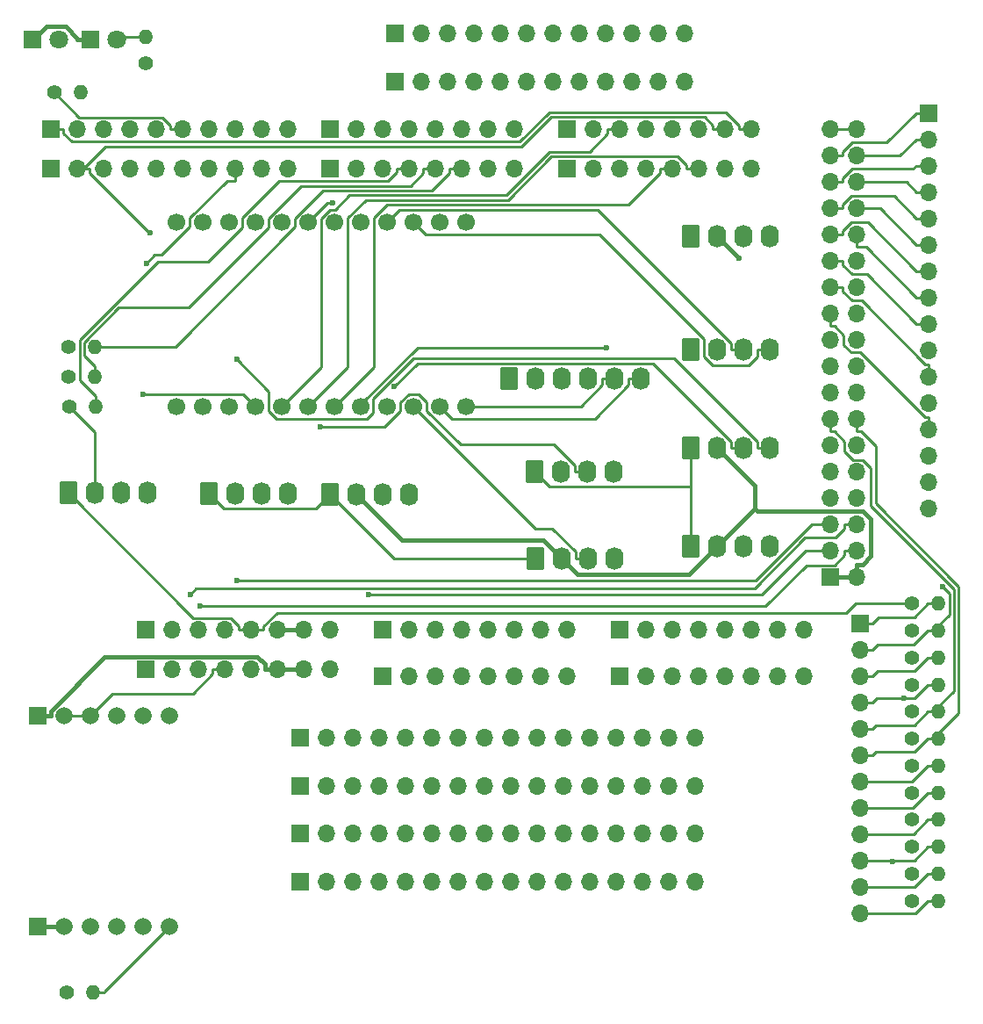
<source format=gbr>
%TF.GenerationSoftware,KiCad,Pcbnew,8.0.2-1*%
%TF.CreationDate,2024-08-19T19:19:17+10:00*%
%TF.ProjectId,Forward OLED,466f7277-6172-4642-904f-4c45442e6b69,rev?*%
%TF.SameCoordinates,Original*%
%TF.FileFunction,Copper,L1,Top*%
%TF.FilePolarity,Positive*%
%FSLAX46Y46*%
G04 Gerber Fmt 4.6, Leading zero omitted, Abs format (unit mm)*
G04 Created by KiCad (PCBNEW 8.0.2-1) date 2024-08-19 19:19:17*
%MOMM*%
%LPD*%
G01*
G04 APERTURE LIST*
G04 Aperture macros list*
%AMRoundRect*
0 Rectangle with rounded corners*
0 $1 Rounding radius*
0 $2 $3 $4 $5 $6 $7 $8 $9 X,Y pos of 4 corners*
0 Add a 4 corners polygon primitive as box body*
4,1,4,$2,$3,$4,$5,$6,$7,$8,$9,$2,$3,0*
0 Add four circle primitives for the rounded corners*
1,1,$1+$1,$2,$3*
1,1,$1+$1,$4,$5*
1,1,$1+$1,$6,$7*
1,1,$1+$1,$8,$9*
0 Add four rect primitives between the rounded corners*
20,1,$1+$1,$2,$3,$4,$5,0*
20,1,$1+$1,$4,$5,$6,$7,0*
20,1,$1+$1,$6,$7,$8,$9,0*
20,1,$1+$1,$8,$9,$2,$3,0*%
G04 Aperture macros list end*
%TA.AperFunction,ComponentPad*%
%ADD10R,1.700000X1.700000*%
%TD*%
%TA.AperFunction,ComponentPad*%
%ADD11O,1.700000X1.700000*%
%TD*%
%TA.AperFunction,ComponentPad*%
%ADD12C,1.700000*%
%TD*%
%TA.AperFunction,ComponentPad*%
%ADD13C,1.400000*%
%TD*%
%TA.AperFunction,ComponentPad*%
%ADD14O,1.400000X1.400000*%
%TD*%
%TA.AperFunction,ComponentPad*%
%ADD15RoundRect,0.250000X-0.620000X-0.845000X0.620000X-0.845000X0.620000X0.845000X-0.620000X0.845000X0*%
%TD*%
%TA.AperFunction,ComponentPad*%
%ADD16O,1.740000X2.190000*%
%TD*%
%TA.AperFunction,ComponentPad*%
%ADD17R,1.800000X1.800000*%
%TD*%
%TA.AperFunction,ComponentPad*%
%ADD18C,1.800000*%
%TD*%
%TA.AperFunction,ComponentPad*%
%ADD19R,1.665000X1.665000*%
%TD*%
%TA.AperFunction,ComponentPad*%
%ADD20C,1.665000*%
%TD*%
%TA.AperFunction,ViaPad*%
%ADD21C,0.600000*%
%TD*%
%TA.AperFunction,Conductor*%
%ADD22C,0.400000*%
%TD*%
%TA.AperFunction,Conductor*%
%ADD23C,0.250000*%
%TD*%
G04 APERTURE END LIST*
D10*
%TO.P,J45,1,Pin_1*%
%TO.N,GND*%
X193980000Y-92380000D03*
D11*
%TO.P,J45,2,Pin_2*%
X196520000Y-92380000D03*
%TO.P,J45,3,Pin_3*%
%TO.N,SCLK*%
X193980000Y-89840000D03*
%TO.P,J45,4,Pin_4*%
%TO.N,ES1_RST*%
X196520000Y-89840000D03*
%TO.P,J45,5,Pin_5*%
%TO.N,MISO*%
X193980000Y-87300000D03*
%TO.P,J45,6,Pin_6*%
%TO.N,MOSI*%
X196520000Y-87300000D03*
%TO.P,J45,7,Pin_7*%
%TO.N,D48*%
X193980000Y-84760000D03*
%TO.P,J45,8,Pin_8*%
%TO.N,D49*%
X196520000Y-84760000D03*
%TO.P,J45,9,Pin_9*%
%TO.N,D46*%
X193980000Y-82220000D03*
%TO.P,J45,10,Pin_10*%
%TO.N,D47*%
X196520000Y-82220000D03*
%TO.P,J45,11,Pin_11*%
%TO.N,D44*%
X193980000Y-79680000D03*
%TO.P,J45,12,Pin_12*%
%TO.N,D45*%
X196520000Y-79680000D03*
%TO.P,J45,13,Pin_13*%
%TO.N,D42*%
X193980000Y-77140000D03*
%TO.P,J45,14,Pin_14*%
%TO.N,D43*%
X196520000Y-77140000D03*
%TO.P,J45,15,Pin_15*%
%TO.N,D40*%
X193980000Y-74600000D03*
%TO.P,J45,16,Pin_16*%
%TO.N,D41*%
X196520000Y-74600000D03*
%TO.P,J45,17,Pin_17*%
%TO.N,D38*%
X193980000Y-72060000D03*
%TO.P,J45,18,Pin_18*%
%TO.N,D39*%
X196520000Y-72060000D03*
%TO.P,J45,19,Pin_19*%
%TO.N,D36*%
X193980000Y-69520000D03*
%TO.P,J45,20,Pin_20*%
%TO.N,D37*%
X196520000Y-69520000D03*
%TO.P,J45,21,Pin_21*%
%TO.N,D34*%
X193980000Y-66980000D03*
%TO.P,J45,22,Pin_22*%
%TO.N,D35*%
X196520000Y-66980000D03*
%TO.P,J45,23,Pin_23*%
%TO.N,D32*%
X193980000Y-64440000D03*
%TO.P,J45,24,Pin_24*%
%TO.N,D33*%
X196520000Y-64440000D03*
%TO.P,J45,25,Pin_25*%
%TO.N,D30*%
X193980000Y-61900000D03*
%TO.P,J45,26,Pin_26*%
%TO.N,D31*%
X196520000Y-61900000D03*
%TO.P,J45,27,Pin_27*%
%TO.N,D28*%
X193980000Y-59360000D03*
%TO.P,J45,28,Pin_28*%
%TO.N,D29*%
X196520000Y-59360000D03*
%TO.P,J45,29,Pin_29*%
%TO.N,D26*%
X193980000Y-56820000D03*
%TO.P,J45,30,Pin_30*%
%TO.N,D27*%
X196520000Y-56820000D03*
%TO.P,J45,31,Pin_31*%
%TO.N,D24*%
X193980000Y-54280000D03*
%TO.P,J45,32,Pin_32*%
%TO.N,D25*%
X196520000Y-54280000D03*
%TO.P,J45,33,Pin_33*%
%TO.N,D22*%
X193980000Y-51740000D03*
%TO.P,J45,34,Pin_34*%
%TO.N,D23*%
X196520000Y-51740000D03*
%TO.P,J45,35,Pin_35*%
%TO.N,+5V*%
X193980000Y-49200000D03*
%TO.P,J45,36,Pin_36*%
X196520000Y-49200000D03*
%TD*%
D10*
%TO.P,J42,1,Pin_1*%
%TO.N,unconnected-(J42-Pin_1-Pad1)*%
X127940000Y-97460000D03*
D11*
%TO.P,J42,2,Pin_2*%
%TO.N,/IOREF*%
X130480000Y-97460000D03*
%TO.P,J42,3,Pin_3*%
%TO.N,/~{RESET}*%
X133020000Y-97460000D03*
%TO.P,J42,4,Pin_4*%
%TO.N,+3V3*%
X135560000Y-97460000D03*
%TO.P,J42,5,Pin_5*%
%TO.N,+5V*%
X138100000Y-97460000D03*
%TO.P,J42,6,Pin_6*%
%TO.N,GND*%
X140640000Y-97460000D03*
%TO.P,J42,7,Pin_7*%
X143180000Y-97460000D03*
%TO.P,J42,8,Pin_8*%
%TO.N,VCC*%
X145720000Y-97460000D03*
%TD*%
D10*
%TO.P,J43,1,Pin_1*%
%TO.N,A0 D54*%
X150800000Y-97460000D03*
D11*
%TO.P,J43,2,Pin_2*%
%TO.N,A1 D55*%
X153340000Y-97460000D03*
%TO.P,J43,3,Pin_3*%
%TO.N,A2 D56*%
X155880000Y-97460000D03*
%TO.P,J43,4,Pin_4*%
%TO.N,A3 D57*%
X158420000Y-97460000D03*
%TO.P,J43,5,Pin_5*%
%TO.N,A4 D58*%
X160960000Y-97460000D03*
%TO.P,J43,6,Pin_6*%
%TO.N,A5 D59*%
X163500000Y-97460000D03*
%TO.P,J43,7,Pin_7*%
%TO.N,A6 D60*%
X166040000Y-97460000D03*
%TO.P,J43,8,Pin_8*%
%TO.N,A7 D61*%
X168580000Y-97460000D03*
%TD*%
D10*
%TO.P,J44,1,Pin_1*%
%TO.N,A8 D62*%
X173660000Y-97460000D03*
D11*
%TO.P,J44,2,Pin_2*%
%TO.N,A9 D63*%
X176200000Y-97460000D03*
%TO.P,J44,3,Pin_3*%
%TO.N,A10 D64*%
X178740000Y-97460000D03*
%TO.P,J44,4,Pin_4*%
%TO.N,A11 D65*%
X181280000Y-97460000D03*
%TO.P,J44,5,Pin_5*%
%TO.N,A12 D66*%
X183820000Y-97460000D03*
%TO.P,J44,6,Pin_6*%
%TO.N,A13 D67*%
X186360000Y-97460000D03*
%TO.P,J44,7,Pin_7*%
%TO.N,A14 D68*%
X188900000Y-97460000D03*
%TO.P,J44,8,Pin_8*%
%TO.N,A15 D69*%
X191440000Y-97460000D03*
%TD*%
D10*
%TO.P,J46,1,Pin_1*%
%TO.N,D21 SCL*%
X118796000Y-49200000D03*
D11*
%TO.P,J46,2,Pin_2*%
%TO.N,D20 SDA*%
X121336000Y-49200000D03*
%TO.P,J46,3,Pin_3*%
%TO.N,/AREF*%
X123876000Y-49200000D03*
%TO.P,J46,4,Pin_4*%
%TO.N,GND*%
X126416000Y-49200000D03*
%TO.P,J46,5,Pin_5*%
%TO.N,/\u002A13*%
X128956000Y-49200000D03*
%TO.P,J46,6,Pin_6*%
%TO.N,/\u002A12*%
X131496000Y-49200000D03*
%TO.P,J46,7,Pin_7*%
%TO.N,D11*%
X134036000Y-49200000D03*
%TO.P,J46,8,Pin_8*%
%TO.N,SS*%
X136576000Y-49200000D03*
%TO.P,J46,9,Pin_9*%
%TO.N,D9*%
X139116000Y-49200000D03*
%TO.P,J46,10,Pin_10*%
%TO.N,D8*%
X141656000Y-49200000D03*
%TD*%
D10*
%TO.P,J47,1,Pin_1*%
%TO.N,D7*%
X145720000Y-49200000D03*
D11*
%TO.P,J47,2,Pin_2*%
%TO.N,D6*%
X148260000Y-49200000D03*
%TO.P,J47,3,Pin_3*%
%TO.N,D5*%
X150800000Y-49200000D03*
%TO.P,J47,4,Pin_4*%
%TO.N,D4*%
X153340000Y-49200000D03*
%TO.P,J47,5,Pin_5*%
%TO.N,D3*%
X155880000Y-49200000D03*
%TO.P,J47,6,Pin_6*%
%TO.N,BACKLIGHT*%
X158420000Y-49200000D03*
%TO.P,J47,7,Pin_7*%
%TO.N,/TX0{slash}1*%
X160960000Y-49200000D03*
%TO.P,J47,8,Pin_8*%
%TO.N,/RX0{slash}0*%
X163500000Y-49200000D03*
%TD*%
D10*
%TO.P,J48,1,Pin_1*%
%TO.N,D14*%
X168580000Y-49200000D03*
D11*
%TO.P,J48,2,Pin_2*%
%TO.N,D15*%
X171120000Y-49200000D03*
%TO.P,J48,3,Pin_3*%
%TO.N,D16*%
X173660000Y-49200000D03*
%TO.P,J48,4,Pin_4*%
%TO.N,D17*%
X176200000Y-49200000D03*
%TO.P,J48,5,Pin_5*%
%TO.N,D18*%
X178740000Y-49200000D03*
%TO.P,J48,6,Pin_6*%
%TO.N,D19*%
X181280000Y-49200000D03*
%TO.P,J48,7,Pin_7*%
%TO.N,D20 SDA*%
X183820000Y-49200000D03*
%TO.P,J48,8,Pin_8*%
%TO.N,D21 SCL*%
X186360000Y-49200000D03*
%TD*%
D12*
%TO.P,U4,1,VCC*%
%TO.N,+3V3*%
X130900000Y-75930000D03*
%TO.P,U4,2,GND*%
%TO.N,GND*%
X133440000Y-75930000D03*
%TO.P,U4,3,SDA*%
%TO.N,D20 SDA*%
X135980000Y-75930000D03*
%TO.P,U4,4,SCL*%
%TO.N,D21 SCL*%
X138520000Y-75930000D03*
%TO.P,U4,5,~{RESET}*%
%TO.N,D16*%
X141060000Y-75930000D03*
%TO.P,U4,6,A0*%
%TO.N,D19*%
X143600000Y-75930000D03*
%TO.P,U4,7,A1*%
%TO.N,D18*%
X146140000Y-75930000D03*
%TO.P,U4,8,A2*%
%TO.N,D17*%
X148680000Y-75930000D03*
%TO.P,U4,9,SD0*%
%TO.N,/OLED/SD0*%
X151220000Y-75930000D03*
%TO.P,U4,10,SC0*%
%TO.N,/OLED/SC0*%
X153760000Y-75930000D03*
%TO.P,U4,11,SD1*%
%TO.N,/OLED/SD1*%
X156300000Y-75930000D03*
%TO.P,U4,12,SC1*%
%TO.N,/OLED/SC1*%
X158840000Y-75930000D03*
%TO.P,U4,13,SD2*%
%TO.N,/OLED/SD2*%
X158840000Y-58150000D03*
%TO.P,U4,14,SC2*%
%TO.N,/OLED/SC2*%
X156300000Y-58150000D03*
%TO.P,U4,15,SD3*%
%TO.N,/OLED/SD3*%
X153760000Y-58150000D03*
%TO.P,U4,16,SC3*%
%TO.N,/OLED/SC3*%
X151220000Y-58150000D03*
%TO.P,U4,17,SD4*%
%TO.N,/OLED/SD4*%
X148680000Y-58150000D03*
%TO.P,U4,18,SC4*%
%TO.N,/OLED/SC4*%
X146140000Y-58150000D03*
%TO.P,U4,19,SD5*%
%TO.N,/OLED/SD5*%
X143600000Y-58150000D03*
%TO.P,U4,20,SC5*%
%TO.N,/OLED/SC5*%
X141060000Y-58150000D03*
%TO.P,U4,21,SD6*%
%TO.N,/OLED/SD6*%
X138520000Y-58150000D03*
%TO.P,U4,22,SC6*%
%TO.N,/OLED/SC6*%
X135980000Y-58150000D03*
%TO.P,U4,23,SD7*%
%TO.N,/OLED/SD7*%
X133440000Y-58150000D03*
%TO.P,U4,24,SC7*%
%TO.N,/OLED/SC7*%
X130900000Y-58150000D03*
%TD*%
D13*
%TO.P,R4,1*%
%TO.N,/\u002A12*%
X119100000Y-45644000D03*
D14*
%TO.P,R4,2*%
%TO.N,Net-(D2-A)*%
X121640000Y-45644000D03*
%TD*%
D13*
%TO.P,R16,1*%
%TO.N,+5V*%
X201850000Y-94900000D03*
D14*
%TO.P,R16,2*%
%TO.N,D38*%
X204390000Y-94900000D03*
%TD*%
D13*
%TO.P,R2,1*%
%TO.N,Net-(J3-Pin_3)*%
X120430000Y-73050000D03*
D14*
%TO.P,R2,2*%
%TO.N,D3*%
X122970000Y-73050000D03*
%TD*%
D15*
%TO.P,J56,1,Pin_1*%
%TO.N,+3V3*%
X180480000Y-70432200D03*
D16*
%TO.P,J56,2,Pin_2*%
%TO.N,GND*%
X183020000Y-70432200D03*
%TO.P,J56,3,Pin_3*%
%TO.N,/OLED/SC3*%
X185560000Y-70432200D03*
%TO.P,J56,4,Pin_4*%
%TO.N,/OLED/SD3*%
X188100000Y-70432200D03*
%TD*%
D13*
%TO.P,R19,1*%
%TO.N,+5V*%
X201850000Y-102713600D03*
D14*
%TO.P,R19,2*%
%TO.N,D41*%
X204390000Y-102713600D03*
%TD*%
D13*
%TO.P,R5,1*%
%TO.N,+3V3*%
X120325000Y-132385000D03*
D14*
%TO.P,R5,2*%
%TO.N,Net-(U1-INT)*%
X122865000Y-132385000D03*
%TD*%
D15*
%TO.P,J21,1,Pin_1*%
%TO.N,+3V3*%
X165510000Y-90550000D03*
D16*
%TO.P,J21,2,Pin_2*%
%TO.N,GND*%
X168050000Y-90550000D03*
%TO.P,J21,3,Pin_3*%
%TO.N,/OLED/SC0*%
X170590000Y-90550000D03*
%TO.P,J21,4,Pin_4*%
%TO.N,/OLED/SD0*%
X173130000Y-90550000D03*
%TD*%
D10*
%TO.P,J33,1,Pin_1*%
%TO.N,A8 D62*%
X173660000Y-101905000D03*
D11*
%TO.P,J33,2,Pin_2*%
%TO.N,A9 D63*%
X176200000Y-101905000D03*
%TO.P,J33,3,Pin_3*%
%TO.N,A10 D64*%
X178740000Y-101905000D03*
%TO.P,J33,4,Pin_4*%
%TO.N,A11 D65*%
X181280000Y-101905000D03*
%TO.P,J33,5,Pin_5*%
%TO.N,A12 D66*%
X183820000Y-101905000D03*
%TO.P,J33,6,Pin_6*%
%TO.N,A13 D67*%
X186360000Y-101905000D03*
%TO.P,J33,7,Pin_7*%
%TO.N,A14 D68*%
X188900000Y-101905000D03*
%TO.P,J33,8,Pin_8*%
%TO.N,A15 D69*%
X191440000Y-101905000D03*
%TD*%
D13*
%TO.P,R28,1*%
%TO.N,Net-(J3-Pin_4)*%
X120480000Y-70150000D03*
D14*
%TO.P,R28,2*%
%TO.N,BACKLIGHT*%
X123020000Y-70150000D03*
%TD*%
D10*
%TO.P,J2,1,Pin_1*%
%TO.N,D38*%
X196850000Y-96810000D03*
D11*
%TO.P,J2,2,Pin_2*%
%TO.N,D39*%
X196850000Y-99350000D03*
%TO.P,J2,3,Pin_3*%
%TO.N,D40*%
X196850000Y-101890000D03*
%TO.P,J2,4,Pin_4*%
%TO.N,D41*%
X196850000Y-104430000D03*
%TO.P,J2,5,Pin_5*%
%TO.N,D42*%
X196850000Y-106970000D03*
%TO.P,J2,6,Pin_6*%
%TO.N,D43*%
X196850000Y-109510000D03*
%TO.P,J2,7,Pin_7*%
%TO.N,D44*%
X196850000Y-112050000D03*
%TO.P,J2,8,Pin_8*%
%TO.N,D45*%
X196850000Y-114590000D03*
%TO.P,J2,9,Pin_9*%
%TO.N,D46*%
X196850000Y-117130000D03*
%TO.P,J2,10,Pin_10*%
%TO.N,D47*%
X196850000Y-119670000D03*
%TO.P,J2,11,Pin_11*%
%TO.N,D48*%
X196850000Y-122210000D03*
%TO.P,J2,12,Pin_12*%
%TO.N,D49*%
X196850000Y-124750000D03*
%TD*%
D10*
%TO.P,J41,1,Pin_1*%
%TO.N,unconnected-(J41-Pin_1-Pad1)*%
X127940000Y-101270000D03*
D11*
%TO.P,J41,2,Pin_2*%
%TO.N,/IOREF*%
X130480000Y-101270000D03*
%TO.P,J41,3,Pin_3*%
%TO.N,/~{RESET}*%
X133020000Y-101270000D03*
%TO.P,J41,4,Pin_4*%
%TO.N,+3V3*%
X135560000Y-101270000D03*
%TO.P,J41,5,Pin_5*%
%TO.N,+5V*%
X138100000Y-101270000D03*
%TO.P,J41,6,Pin_6*%
%TO.N,GND*%
X140640000Y-101270000D03*
%TO.P,J41,7,Pin_7*%
X143180000Y-101270000D03*
%TO.P,J41,8,Pin_8*%
%TO.N,VCC*%
X145720000Y-101270000D03*
%TD*%
D10*
%TO.P,J37,1,Pin_1*%
%TO.N,Net-(J35-Pin_1)*%
X151980000Y-39950000D03*
D11*
%TO.P,J37,2,Pin_2*%
%TO.N,Net-(J35-Pin_2)*%
X154520000Y-39950000D03*
%TO.P,J37,3,Pin_3*%
%TO.N,Net-(J35-Pin_3)*%
X157060000Y-39950000D03*
%TO.P,J37,4,Pin_4*%
%TO.N,Net-(J35-Pin_4)*%
X159600000Y-39950000D03*
%TO.P,J37,5,Pin_5*%
%TO.N,Net-(J35-Pin_5)*%
X162140000Y-39950000D03*
%TO.P,J37,6,Pin_6*%
%TO.N,Net-(J35-Pin_6)*%
X164680000Y-39950000D03*
%TO.P,J37,7,Pin_7*%
%TO.N,Net-(J35-Pin_7)*%
X167220000Y-39950000D03*
%TO.P,J37,8,Pin_8*%
%TO.N,Net-(J35-Pin_8)*%
X169760000Y-39950000D03*
%TO.P,J37,9,Pin_9*%
%TO.N,Net-(J35-Pin_9)*%
X172300000Y-39950000D03*
%TO.P,J37,10,Pin_10*%
%TO.N,Net-(J35-Pin_10)*%
X174840000Y-39950000D03*
%TO.P,J37,11,Pin_11*%
%TO.N,Net-(J35-Pin_11)*%
X177380000Y-39950000D03*
%TO.P,J37,12,Pin_12*%
%TO.N,Net-(J35-Pin_12)*%
X179920000Y-39950000D03*
%TD*%
D10*
%TO.P,J50,1,Pin_1*%
%TO.N,Net-(J40-Pin_1)*%
X142820000Y-107800000D03*
D11*
%TO.P,J50,2,Pin_2*%
%TO.N,Net-(J40-Pin_2)*%
X145360000Y-107800000D03*
%TO.P,J50,3,Pin_3*%
%TO.N,Net-(J40-Pin_3)*%
X147900000Y-107800000D03*
%TO.P,J50,4,Pin_4*%
%TO.N,Net-(J40-Pin_4)*%
X150440000Y-107800000D03*
%TO.P,J50,5,Pin_5*%
%TO.N,Net-(J40-Pin_5)*%
X152980000Y-107800000D03*
%TO.P,J50,6,Pin_6*%
%TO.N,Net-(J40-Pin_6)*%
X155520000Y-107800000D03*
%TO.P,J50,7,Pin_7*%
%TO.N,Net-(J40-Pin_7)*%
X158060000Y-107800000D03*
%TO.P,J50,8,Pin_8*%
%TO.N,Net-(J40-Pin_8)*%
X160600000Y-107800000D03*
%TO.P,J50,9,Pin_9*%
%TO.N,Net-(J40-Pin_9)*%
X163140000Y-107800000D03*
%TO.P,J50,10,Pin_10*%
%TO.N,Net-(J40-Pin_10)*%
X165680000Y-107800000D03*
%TO.P,J50,11,Pin_11*%
%TO.N,Net-(J40-Pin_11)*%
X168220000Y-107800000D03*
%TO.P,J50,12,Pin_12*%
%TO.N,Net-(J40-Pin_12)*%
X170760000Y-107800000D03*
%TO.P,J50,13,Pin_13*%
%TO.N,Net-(J40-Pin_13)*%
X173300000Y-107800000D03*
%TO.P,J50,14,Pin_14*%
%TO.N,Net-(J40-Pin_14)*%
X175840000Y-107800000D03*
%TO.P,J50,15,Pin_15*%
%TO.N,Net-(J40-Pin_15)*%
X178380000Y-107800000D03*
%TO.P,J50,16,Pin_16*%
%TO.N,Net-(J40-Pin_16)*%
X180920000Y-107800000D03*
%TD*%
D13*
%TO.P,R18,1*%
%TO.N,+5V*%
X201850000Y-100109100D03*
D14*
%TO.P,R18,2*%
%TO.N,D40*%
X204390000Y-100109100D03*
%TD*%
D10*
%TO.P,J38,1,Pin_1*%
%TO.N,Net-(J38-Pin_1)*%
X142820000Y-121750000D03*
D11*
%TO.P,J38,2,Pin_2*%
%TO.N,Net-(J38-Pin_2)*%
X145360000Y-121750000D03*
%TO.P,J38,3,Pin_3*%
%TO.N,Net-(J38-Pin_3)*%
X147900000Y-121750000D03*
%TO.P,J38,4,Pin_4*%
%TO.N,Net-(J38-Pin_4)*%
X150440000Y-121750000D03*
%TO.P,J38,5,Pin_5*%
%TO.N,Net-(J38-Pin_5)*%
X152980000Y-121750000D03*
%TO.P,J38,6,Pin_6*%
%TO.N,Net-(J38-Pin_6)*%
X155520000Y-121750000D03*
%TO.P,J38,7,Pin_7*%
%TO.N,Net-(J38-Pin_7)*%
X158060000Y-121750000D03*
%TO.P,J38,8,Pin_8*%
%TO.N,Net-(J38-Pin_8)*%
X160600000Y-121750000D03*
%TO.P,J38,9,Pin_9*%
%TO.N,Net-(J38-Pin_9)*%
X163140000Y-121750000D03*
%TO.P,J38,10,Pin_10*%
%TO.N,Net-(J38-Pin_10)*%
X165680000Y-121750000D03*
%TO.P,J38,11,Pin_11*%
%TO.N,Net-(J38-Pin_11)*%
X168220000Y-121750000D03*
%TO.P,J38,12,Pin_12*%
%TO.N,Net-(J38-Pin_12)*%
X170760000Y-121750000D03*
%TO.P,J38,13,Pin_13*%
%TO.N,Net-(J38-Pin_13)*%
X173300000Y-121750000D03*
%TO.P,J38,14,Pin_14*%
%TO.N,Net-(J38-Pin_14)*%
X175840000Y-121750000D03*
%TO.P,J38,15,Pin_15*%
%TO.N,Net-(J38-Pin_15)*%
X178380000Y-121750000D03*
%TO.P,J38,16,Pin_16*%
%TO.N,Net-(J38-Pin_16)*%
X180920000Y-121750000D03*
%TD*%
D13*
%TO.P,R20,1*%
%TO.N,+5V*%
X201850000Y-105318200D03*
D14*
%TO.P,R20,2*%
%TO.N,D42*%
X204390000Y-105318200D03*
%TD*%
D10*
%TO.P,J35,1,Pin_1*%
%TO.N,Net-(J35-Pin_1)*%
X151980000Y-44550000D03*
D11*
%TO.P,J35,2,Pin_2*%
%TO.N,Net-(J35-Pin_2)*%
X154520000Y-44550000D03*
%TO.P,J35,3,Pin_3*%
%TO.N,Net-(J35-Pin_3)*%
X157060000Y-44550000D03*
%TO.P,J35,4,Pin_4*%
%TO.N,Net-(J35-Pin_4)*%
X159600000Y-44550000D03*
%TO.P,J35,5,Pin_5*%
%TO.N,Net-(J35-Pin_5)*%
X162140000Y-44550000D03*
%TO.P,J35,6,Pin_6*%
%TO.N,Net-(J35-Pin_6)*%
X164680000Y-44550000D03*
%TO.P,J35,7,Pin_7*%
%TO.N,Net-(J35-Pin_7)*%
X167220000Y-44550000D03*
%TO.P,J35,8,Pin_8*%
%TO.N,Net-(J35-Pin_8)*%
X169760000Y-44550000D03*
%TO.P,J35,9,Pin_9*%
%TO.N,Net-(J35-Pin_9)*%
X172300000Y-44550000D03*
%TO.P,J35,10,Pin_10*%
%TO.N,Net-(J35-Pin_10)*%
X174840000Y-44550000D03*
%TO.P,J35,11,Pin_11*%
%TO.N,Net-(J35-Pin_11)*%
X177380000Y-44550000D03*
%TO.P,J35,12,Pin_12*%
%TO.N,Net-(J35-Pin_12)*%
X179920000Y-44550000D03*
%TD*%
D13*
%TO.P,R21,1*%
%TO.N,+5V*%
X201850000Y-107922700D03*
D14*
%TO.P,R21,2*%
%TO.N,D43*%
X204390000Y-107922700D03*
%TD*%
D13*
%TO.P,R27,1*%
%TO.N,+5V*%
X201850000Y-123550000D03*
D14*
%TO.P,R27,2*%
%TO.N,D49*%
X204390000Y-123550000D03*
%TD*%
D10*
%TO.P,J26,1,Pin_1*%
%TO.N,D14*%
X168580000Y-53010000D03*
D11*
%TO.P,J26,2,Pin_2*%
%TO.N,D15*%
X171120000Y-53010000D03*
%TO.P,J26,3,Pin_3*%
%TO.N,D16*%
X173660000Y-53010000D03*
%TO.P,J26,4,Pin_4*%
%TO.N,D17*%
X176200000Y-53010000D03*
%TO.P,J26,5,Pin_5*%
%TO.N,D18*%
X178740000Y-53010000D03*
%TO.P,J26,6,Pin_6*%
%TO.N,D19*%
X181280000Y-53010000D03*
%TO.P,J26,7,Pin_7*%
%TO.N,D20 SDA*%
X183820000Y-53010000D03*
%TO.P,J26,8,Pin_8*%
%TO.N,D21 SCL*%
X186360000Y-53010000D03*
%TD*%
D13*
%TO.P,R17,1*%
%TO.N,+5V*%
X201850000Y-97504500D03*
D14*
%TO.P,R17,2*%
%TO.N,D39*%
X204390000Y-97504500D03*
%TD*%
D13*
%TO.P,R26,1*%
%TO.N,+5V*%
X201850000Y-120945400D03*
D14*
%TO.P,R26,2*%
%TO.N,D48*%
X204390000Y-120945400D03*
%TD*%
D13*
%TO.P,R23,1*%
%TO.N,+5V*%
X201850000Y-113131800D03*
D14*
%TO.P,R23,2*%
%TO.N,D45*%
X204390000Y-113131800D03*
%TD*%
D15*
%TO.P,J57,1,Pin_1*%
%TO.N,+3V3*%
X145710000Y-84400000D03*
D16*
%TO.P,J57,2,Pin_2*%
%TO.N,GND*%
X148250000Y-84400000D03*
%TO.P,J57,3,Pin_3*%
%TO.N,/OLED/SC4*%
X150790000Y-84400000D03*
%TO.P,J57,4,Pin_4*%
%TO.N,/OLED/SD4*%
X153330000Y-84400000D03*
%TD*%
D15*
%TO.P,J59,1,Pin_1*%
%TO.N,+3V3*%
X134010000Y-84300000D03*
D16*
%TO.P,J59,2,Pin_2*%
%TO.N,GND*%
X136550000Y-84300000D03*
%TO.P,J59,3,Pin_3*%
%TO.N,/OLED/SC6*%
X139090000Y-84300000D03*
%TO.P,J59,4,Pin_4*%
%TO.N,/OLED/SD6*%
X141630000Y-84300000D03*
%TD*%
D15*
%TO.P,J5,1,Pin_1*%
%TO.N,GND*%
X163000000Y-73200000D03*
D16*
%TO.P,J5,2,Pin_2*%
%TO.N,+3V3*%
X165540000Y-73200000D03*
%TO.P,J5,3,Pin_3*%
%TO.N,/OLED/SC2*%
X168080000Y-73200000D03*
%TO.P,J5,4,Pin_4*%
%TO.N,/OLED/SD2*%
X170620000Y-73200000D03*
%TO.P,J5,5,Pin_5*%
%TO.N,/OLED/SC1*%
X173160000Y-73200000D03*
%TO.P,J5,6,Pin_6*%
%TO.N,/OLED/SD1*%
X175700000Y-73200000D03*
%TD*%
D15*
%TO.P,J58,1,Pin_1*%
%TO.N,+3V3*%
X165390000Y-82220000D03*
D16*
%TO.P,J58,2,Pin_2*%
%TO.N,GND*%
X167930000Y-82220000D03*
%TO.P,J58,3,Pin_3*%
%TO.N,/OLED/SC5*%
X170470000Y-82220000D03*
%TO.P,J58,4,Pin_4*%
%TO.N,/OLED/SD5*%
X173010000Y-82220000D03*
%TD*%
D10*
%TO.P,J1,1,Pin_1*%
%TO.N,D22*%
X203450000Y-47600000D03*
D11*
%TO.P,J1,2,Pin_2*%
%TO.N,D23*%
X203450000Y-50140000D03*
%TO.P,J1,3,Pin_3*%
%TO.N,D24*%
X203450000Y-52680000D03*
%TO.P,J1,4,Pin_4*%
%TO.N,D25*%
X203450000Y-55220000D03*
%TO.P,J1,5,Pin_5*%
%TO.N,D26*%
X203450000Y-57760000D03*
%TO.P,J1,6,Pin_6*%
%TO.N,D27*%
X203450000Y-60300000D03*
%TO.P,J1,7,Pin_7*%
%TO.N,D28*%
X203450000Y-62840000D03*
%TO.P,J1,8,Pin_8*%
%TO.N,D29*%
X203450000Y-65380000D03*
%TO.P,J1,9,Pin_9*%
%TO.N,D30*%
X203450000Y-67920000D03*
%TO.P,J1,10,Pin_10*%
%TO.N,D31*%
X203450000Y-70460000D03*
%TO.P,J1,11,Pin_11*%
%TO.N,D32*%
X203450000Y-73000000D03*
%TO.P,J1,12,Pin_12*%
%TO.N,D33*%
X203450000Y-75540000D03*
%TO.P,J1,13,Pin_13*%
%TO.N,D34*%
X203450000Y-78080000D03*
%TO.P,J1,14,Pin_14*%
%TO.N,D35*%
X203450000Y-80620000D03*
%TO.P,J1,15,Pin_15*%
%TO.N,D36*%
X203450000Y-83160000D03*
%TO.P,J1,16,Pin_16*%
%TO.N,D37*%
X203450000Y-85700000D03*
%TD*%
D10*
%TO.P,J25,1,Pin_1*%
%TO.N,D7*%
X145720000Y-53010000D03*
D11*
%TO.P,J25,2,Pin_2*%
%TO.N,D6*%
X148260000Y-53010000D03*
%TO.P,J25,3,Pin_3*%
%TO.N,D5*%
X150800000Y-53010000D03*
%TO.P,J25,4,Pin_4*%
%TO.N,D4*%
X153340000Y-53010000D03*
%TO.P,J25,5,Pin_5*%
%TO.N,D3*%
X155880000Y-53010000D03*
%TO.P,J25,6,Pin_6*%
%TO.N,BACKLIGHT*%
X158420000Y-53010000D03*
%TO.P,J25,7,Pin_7*%
%TO.N,/TX0{slash}1*%
X160960000Y-53010000D03*
%TO.P,J25,8,Pin_8*%
%TO.N,/RX0{slash}0*%
X163500000Y-53010000D03*
%TD*%
D10*
%TO.P,J32,1,Pin_1*%
%TO.N,A0 D54*%
X150800000Y-101905000D03*
D11*
%TO.P,J32,2,Pin_2*%
%TO.N,A1 D55*%
X153340000Y-101905000D03*
%TO.P,J32,3,Pin_3*%
%TO.N,A2 D56*%
X155880000Y-101905000D03*
%TO.P,J32,4,Pin_4*%
%TO.N,A3 D57*%
X158420000Y-101905000D03*
%TO.P,J32,5,Pin_5*%
%TO.N,A4 D58*%
X160960000Y-101905000D03*
%TO.P,J32,6,Pin_6*%
%TO.N,A5 D59*%
X163500000Y-101905000D03*
%TO.P,J32,7,Pin_7*%
%TO.N,A6 D60*%
X166040000Y-101905000D03*
%TO.P,J32,8,Pin_8*%
%TO.N,A7 D61*%
X168580000Y-101905000D03*
%TD*%
D13*
%TO.P,R1,1*%
%TO.N,Net-(J3-Pin_2)*%
X120560000Y-75950000D03*
D14*
%TO.P,R1,2*%
%TO.N,D4*%
X123100000Y-75950000D03*
%TD*%
D13*
%TO.P,R24,1*%
%TO.N,+5V*%
X201850000Y-115736400D03*
D14*
%TO.P,R24,2*%
%TO.N,D46*%
X204390000Y-115736400D03*
%TD*%
D13*
%TO.P,R25,1*%
%TO.N,+5V*%
X201850000Y-118340900D03*
D14*
%TO.P,R25,2*%
%TO.N,D47*%
X204390000Y-118340900D03*
%TD*%
D17*
%TO.P,D1,1,K*%
%TO.N,GND*%
X122601000Y-40564000D03*
D18*
%TO.P,D1,2,A*%
%TO.N,Net-(D1-A)*%
X125141000Y-40564000D03*
%TD*%
D15*
%TO.P,J3,1,Pin_1*%
%TO.N,+5V*%
X120440000Y-84220000D03*
D16*
%TO.P,J3,2,Pin_2*%
%TO.N,Net-(J3-Pin_2)*%
X122980000Y-84220000D03*
%TO.P,J3,3,Pin_3*%
%TO.N,Net-(J3-Pin_3)*%
X125520000Y-84220000D03*
%TO.P,J3,4,Pin_4*%
%TO.N,Net-(J3-Pin_4)*%
X128060000Y-84220000D03*
%TD*%
D15*
%TO.P,J36,1,Pin_1*%
%TO.N,+3V3*%
X180480000Y-59450000D03*
D16*
%TO.P,J36,2,Pin_2*%
%TO.N,GND*%
X183020000Y-59450000D03*
%TO.P,J36,3,Pin_3*%
%TO.N,/OLED/SC1*%
X185560000Y-59450000D03*
%TO.P,J36,4,Pin_4*%
%TO.N,/OLED/SD1*%
X188100000Y-59450000D03*
%TD*%
D15*
%TO.P,J60,1,Pin_1*%
%TO.N,+3V3*%
X180480000Y-79891100D03*
D16*
%TO.P,J60,2,Pin_2*%
%TO.N,GND*%
X183020000Y-79891100D03*
%TO.P,J60,3,Pin_3*%
%TO.N,/OLED/SC7*%
X185560000Y-79891100D03*
%TO.P,J60,4,Pin_4*%
%TO.N,/OLED/SD7*%
X188100000Y-79891100D03*
%TD*%
D13*
%TO.P,R3,1*%
%TO.N,/\u002A13*%
X127940000Y-42800000D03*
D14*
%TO.P,R3,2*%
%TO.N,Net-(D1-A)*%
X127940000Y-40260000D03*
%TD*%
D10*
%TO.P,J40,1,Pin_1*%
%TO.N,Net-(J40-Pin_1)*%
X142820000Y-112450000D03*
D11*
%TO.P,J40,2,Pin_2*%
%TO.N,Net-(J40-Pin_2)*%
X145360000Y-112450000D03*
%TO.P,J40,3,Pin_3*%
%TO.N,Net-(J40-Pin_3)*%
X147900000Y-112450000D03*
%TO.P,J40,4,Pin_4*%
%TO.N,Net-(J40-Pin_4)*%
X150440000Y-112450000D03*
%TO.P,J40,5,Pin_5*%
%TO.N,Net-(J40-Pin_5)*%
X152980000Y-112450000D03*
%TO.P,J40,6,Pin_6*%
%TO.N,Net-(J40-Pin_6)*%
X155520000Y-112450000D03*
%TO.P,J40,7,Pin_7*%
%TO.N,Net-(J40-Pin_7)*%
X158060000Y-112450000D03*
%TO.P,J40,8,Pin_8*%
%TO.N,Net-(J40-Pin_8)*%
X160600000Y-112450000D03*
%TO.P,J40,9,Pin_9*%
%TO.N,Net-(J40-Pin_9)*%
X163140000Y-112450000D03*
%TO.P,J40,10,Pin_10*%
%TO.N,Net-(J40-Pin_10)*%
X165680000Y-112450000D03*
%TO.P,J40,11,Pin_11*%
%TO.N,Net-(J40-Pin_11)*%
X168220000Y-112450000D03*
%TO.P,J40,12,Pin_12*%
%TO.N,Net-(J40-Pin_12)*%
X170760000Y-112450000D03*
%TO.P,J40,13,Pin_13*%
%TO.N,Net-(J40-Pin_13)*%
X173300000Y-112450000D03*
%TO.P,J40,14,Pin_14*%
%TO.N,Net-(J40-Pin_14)*%
X175840000Y-112450000D03*
%TO.P,J40,15,Pin_15*%
%TO.N,Net-(J40-Pin_15)*%
X178380000Y-112450000D03*
%TO.P,J40,16,Pin_16*%
%TO.N,Net-(J40-Pin_16)*%
X180920000Y-112450000D03*
%TD*%
D19*
%TO.P,U1,A1,GND_1*%
%TO.N,GND*%
X117495000Y-126035000D03*
D20*
%TO.P,U1,A2,GND_2*%
X120035000Y-126035000D03*
%TO.P,U1,A3,MOSI*%
%TO.N,MOSI*%
X122575000Y-126035000D03*
%TO.P,U1,A4,SCLK*%
%TO.N,SCLK*%
X125115000Y-126035000D03*
%TO.P,U1,A5,CS*%
%TO.N,SS*%
X127655000Y-126035000D03*
%TO.P,U1,A6,INT*%
%TO.N,Net-(U1-INT)*%
X130195000Y-126035000D03*
D19*
%TO.P,U1,B1,GND_3*%
%TO.N,GND*%
X117495000Y-105715000D03*
D20*
%TO.P,U1,B2,3V3_1*%
%TO.N,+3V3*%
X120035000Y-105715000D03*
%TO.P,U1,B3,3V3_2*%
X122575000Y-105715000D03*
%TO.P,U1,B4,NC*%
%TO.N,unconnected-(U1-NC-PadB4)*%
X125115000Y-105715000D03*
%TO.P,U1,B5,RST*%
%TO.N,ES1_RST*%
X127655000Y-105715000D03*
%TO.P,U1,B6,MISO*%
%TO.N,MISO*%
X130195000Y-105715000D03*
%TD*%
D10*
%TO.P,J24,1,Pin_1*%
%TO.N,D21 SCL*%
X118796000Y-52985000D03*
D11*
%TO.P,J24,2,Pin_2*%
%TO.N,D20 SDA*%
X121336000Y-52985000D03*
%TO.P,J24,3,Pin_3*%
%TO.N,/AREF*%
X123876000Y-52985000D03*
%TO.P,J24,4,Pin_4*%
%TO.N,GND*%
X126416000Y-52985000D03*
%TO.P,J24,5,Pin_5*%
%TO.N,/\u002A13*%
X128956000Y-52985000D03*
%TO.P,J24,6,Pin_6*%
%TO.N,/\u002A12*%
X131496000Y-52985000D03*
%TO.P,J24,7,Pin_7*%
%TO.N,D11*%
X134036000Y-52985000D03*
%TO.P,J24,8,Pin_8*%
%TO.N,SS*%
X136576000Y-52985000D03*
%TO.P,J24,9,Pin_9*%
%TO.N,D9*%
X139116000Y-52985000D03*
%TO.P,J24,10,Pin_10*%
%TO.N,D8*%
X141656000Y-52985000D03*
%TD*%
D15*
%TO.P,J55,1,Pin_1*%
%TO.N,+3V3*%
X180480000Y-89350000D03*
D16*
%TO.P,J55,2,Pin_2*%
%TO.N,GND*%
X183020000Y-89350000D03*
%TO.P,J55,3,Pin_3*%
%TO.N,/OLED/SC2*%
X185560000Y-89350000D03*
%TO.P,J55,4,Pin_4*%
%TO.N,/OLED/SD2*%
X188100000Y-89350000D03*
%TD*%
D13*
%TO.P,R22,1*%
%TO.N,+5V*%
X201850000Y-110527300D03*
D14*
%TO.P,R22,2*%
%TO.N,D44*%
X204390000Y-110527300D03*
%TD*%
D10*
%TO.P,J39,1,Pin_1*%
%TO.N,Net-(J38-Pin_1)*%
X142820000Y-117100000D03*
D11*
%TO.P,J39,2,Pin_2*%
%TO.N,Net-(J38-Pin_2)*%
X145360000Y-117100000D03*
%TO.P,J39,3,Pin_3*%
%TO.N,Net-(J38-Pin_3)*%
X147900000Y-117100000D03*
%TO.P,J39,4,Pin_4*%
%TO.N,Net-(J38-Pin_4)*%
X150440000Y-117100000D03*
%TO.P,J39,5,Pin_5*%
%TO.N,Net-(J38-Pin_5)*%
X152980000Y-117100000D03*
%TO.P,J39,6,Pin_6*%
%TO.N,Net-(J38-Pin_6)*%
X155520000Y-117100000D03*
%TO.P,J39,7,Pin_7*%
%TO.N,Net-(J38-Pin_7)*%
X158060000Y-117100000D03*
%TO.P,J39,8,Pin_8*%
%TO.N,Net-(J38-Pin_8)*%
X160600000Y-117100000D03*
%TO.P,J39,9,Pin_9*%
%TO.N,Net-(J38-Pin_9)*%
X163140000Y-117100000D03*
%TO.P,J39,10,Pin_10*%
%TO.N,Net-(J38-Pin_10)*%
X165680000Y-117100000D03*
%TO.P,J39,11,Pin_11*%
%TO.N,Net-(J38-Pin_11)*%
X168220000Y-117100000D03*
%TO.P,J39,12,Pin_12*%
%TO.N,Net-(J38-Pin_12)*%
X170760000Y-117100000D03*
%TO.P,J39,13,Pin_13*%
%TO.N,Net-(J38-Pin_13)*%
X173300000Y-117100000D03*
%TO.P,J39,14,Pin_14*%
%TO.N,Net-(J38-Pin_14)*%
X175840000Y-117100000D03*
%TO.P,J39,15,Pin_15*%
%TO.N,Net-(J38-Pin_15)*%
X178380000Y-117100000D03*
%TO.P,J39,16,Pin_16*%
%TO.N,Net-(J38-Pin_16)*%
X180920000Y-117100000D03*
%TD*%
D17*
%TO.P,D2,1,K*%
%TO.N,GND*%
X117013000Y-40564000D03*
D18*
%TO.P,D2,2,A*%
%TO.N,Net-(D2-A)*%
X119553000Y-40564000D03*
%TD*%
D21*
%TO.N,GND*%
X185146500Y-61576500D03*
%TO.N,SCLK*%
X149455900Y-94069300D03*
%TO.N,ES1_RST*%
X133188000Y-95144400D03*
%TO.N,MISO*%
X136735200Y-92719000D03*
%TO.N,MOSI*%
X132198600Y-94012900D03*
%TO.N,SS*%
X127953800Y-62080800D03*
%TO.N,D21 SCL*%
X127670000Y-74754800D03*
%TO.N,D20 SDA*%
X128370000Y-59130100D03*
%TO.N,D17*%
X172329200Y-70256700D03*
%TO.N,/OLED/SD7*%
X136673700Y-71344100D03*
%TO.N,/OLED/SD5*%
X145936500Y-56297400D03*
%TO.N,/OLED/SC7*%
X151881600Y-74010400D03*
%TO.N,/OLED/SC5*%
X144775200Y-77896700D03*
%TO.N,D47*%
X199976500Y-119809500D03*
%TO.N,D39*%
X204745700Y-93269500D03*
%TO.N,D41*%
X201062500Y-104015900D03*
%TD*%
D22*
%TO.N,GND*%
X140070100Y-101270000D02*
X139389900Y-101270000D01*
X186660000Y-85710000D02*
X186960200Y-86010200D01*
X180285800Y-92084200D02*
X169584200Y-92084200D01*
X186660000Y-85710000D02*
X186660000Y-83531100D01*
X121300900Y-40401400D02*
X121300900Y-40564000D01*
X166262500Y-88762500D02*
X168050000Y-90550000D01*
X120163400Y-39263900D02*
X121300900Y-40401400D01*
X183020000Y-59450000D02*
X185146500Y-61576500D01*
X117495000Y-105715000D02*
X118727600Y-105715000D01*
X143180000Y-97460000D02*
X140640000Y-97460000D01*
X122601000Y-40564000D02*
X121300900Y-40564000D01*
X148250000Y-84400000D02*
X152612500Y-88762500D01*
X152612500Y-88762500D02*
X166262500Y-88762500D01*
X169584200Y-92084200D02*
X168050000Y-90550000D01*
X196520000Y-92380000D02*
X196520000Y-91129900D01*
X186660000Y-83531100D02*
X183020000Y-79891100D01*
X118727600Y-105252800D02*
X123964900Y-100015500D01*
X193980000Y-92380000D02*
X196520000Y-92380000D01*
X140640000Y-101270000D02*
X143180000Y-101270000D01*
X118313100Y-39263900D02*
X120163400Y-39263900D01*
X140070100Y-101270000D02*
X140640000Y-101270000D01*
X117013000Y-40564000D02*
X118313100Y-39263900D01*
X197852000Y-86788100D02*
X197852000Y-90344800D01*
X186660000Y-85710000D02*
X183020000Y-89350000D01*
X197074100Y-86010200D02*
X197852000Y-86788100D01*
X186960200Y-86010200D02*
X197074100Y-86010200D01*
X138653400Y-100015500D02*
X139389900Y-100752000D01*
X197066900Y-91129900D02*
X196520000Y-91129900D01*
X118727600Y-105715000D02*
X118727600Y-105252800D01*
X139389900Y-100752000D02*
X139389900Y-101270000D01*
X183020000Y-89350000D02*
X180285800Y-92084200D01*
X120035000Y-126035000D02*
X117495000Y-126035000D01*
X197852000Y-90344800D02*
X197066900Y-91129900D01*
X123964900Y-100015500D02*
X138653400Y-100015500D01*
D23*
%TO.N,SCLK*%
X193980000Y-89840000D02*
X191538200Y-89840000D01*
X187308900Y-94069300D02*
X149455900Y-94069300D01*
X191538200Y-89840000D02*
X187308900Y-94069300D01*
%TO.N,ES1_RST*%
X191648200Y-91204800D02*
X187708600Y-95144400D01*
X187708600Y-95144400D02*
X133188000Y-95144400D01*
X195344900Y-89840000D02*
X195344900Y-90205200D01*
X196520000Y-89840000D02*
X195344900Y-89840000D01*
X195344900Y-90205200D02*
X194345300Y-91204800D01*
X194345300Y-91204800D02*
X191648200Y-91204800D01*
%TO.N,MISO*%
X192804900Y-87300000D02*
X192168300Y-87300000D01*
X186749300Y-92719000D02*
X136735200Y-92719000D01*
X192168300Y-87300000D02*
X186749300Y-92719000D01*
X193980000Y-87300000D02*
X192804900Y-87300000D01*
%TO.N,MOSI*%
X194440100Y-88570000D02*
X191534900Y-88570000D01*
X191534900Y-88570000D02*
X186660700Y-93444200D01*
X196520000Y-87300000D02*
X195344900Y-87300000D01*
X186660700Y-93444200D02*
X132767300Y-93444200D01*
X132767300Y-93444200D02*
X132198600Y-94012900D01*
X195344900Y-87665200D02*
X194440100Y-88570000D01*
X195344900Y-87300000D02*
X195344900Y-87665200D01*
%TO.N,+5V*%
X138100000Y-97460000D02*
X136924900Y-97460000D01*
X195489000Y-95780400D02*
X140589400Y-95780400D01*
X140589400Y-95780400D02*
X139275100Y-97094700D01*
X136924900Y-97092700D02*
X136117100Y-96284900D01*
X201850000Y-94900000D02*
X196369400Y-94900000D01*
X196369400Y-94900000D02*
X195489000Y-95780400D01*
X196520000Y-49200000D02*
X193980000Y-49200000D01*
X132504900Y-96284900D02*
X120440000Y-84220000D01*
X136924900Y-97460000D02*
X136924900Y-97092700D01*
X136117100Y-96284900D02*
X132504900Y-96284900D01*
X138100000Y-97460000D02*
X139275100Y-97460000D01*
X139275100Y-97094700D02*
X139275100Y-97460000D01*
%TO.N,/\u002A12*%
X130320900Y-49200000D02*
X130320900Y-48832700D01*
X130320900Y-48832700D02*
X129513100Y-48024900D01*
X131496000Y-49200000D02*
X130320900Y-49200000D01*
X121480900Y-48024900D02*
X119100000Y-45644000D01*
X129513100Y-48024900D02*
X121480900Y-48024900D01*
%TO.N,+3V3*%
X120035000Y-105715000D02*
X122575000Y-105715000D01*
X134384900Y-101635200D02*
X134384900Y-101270000D01*
X122575000Y-105715000D02*
X124713300Y-103576700D01*
X124713300Y-103576700D02*
X132443400Y-103576700D01*
X132443400Y-103576700D02*
X134384900Y-101635200D01*
X145710000Y-84400000D02*
X151860000Y-90550000D01*
X180480000Y-83650900D02*
X166820900Y-83650900D01*
X180480000Y-83650900D02*
X180480000Y-79891100D01*
X151860000Y-90550000D02*
X165510000Y-90550000D01*
X135560000Y-101270000D02*
X134384900Y-101270000D01*
X134010000Y-84300000D02*
X135454700Y-85744700D01*
X144365300Y-85744700D02*
X145710000Y-84400000D01*
X166820900Y-83650900D02*
X165390000Y-82220000D01*
X180480000Y-89350000D02*
X180480000Y-83650900D01*
X135454700Y-85744700D02*
X144365300Y-85744700D01*
%TO.N,Net-(D1-A)*%
X125445000Y-40260000D02*
X125141000Y-40564000D01*
X127940000Y-40260000D02*
X125445000Y-40260000D01*
%TO.N,SS*%
X129467400Y-61248400D02*
X128786200Y-61248400D01*
X136576000Y-52985000D02*
X136576000Y-54160100D01*
X128786200Y-61248400D02*
X127953800Y-62080800D01*
X132170000Y-57751900D02*
X132170000Y-58545800D01*
X135761800Y-54160100D02*
X132170000Y-57751900D01*
X136576000Y-54160100D02*
X135761800Y-54160100D01*
X132170000Y-58545800D02*
X129467400Y-61248400D01*
%TO.N,D21 SCL*%
X185184900Y-48834800D02*
X183902200Y-47552100D01*
X164004100Y-50375200D02*
X120779100Y-50375200D01*
X186360000Y-49200000D02*
X185184900Y-49200000D01*
X138520000Y-75930000D02*
X137344800Y-74754800D01*
X183902200Y-47552100D02*
X166827200Y-47552100D01*
X185184900Y-49200000D02*
X185184900Y-48834800D01*
X118796000Y-49200000D02*
X119971100Y-49200000D01*
X120779100Y-50375200D02*
X119971100Y-49567200D01*
X166827200Y-47552100D02*
X164004100Y-50375200D01*
X137344800Y-74754800D02*
X127670000Y-74754800D01*
X119971100Y-49567200D02*
X119971100Y-49200000D01*
%TO.N,D20 SDA*%
X167061300Y-48002300D02*
X181812400Y-48002300D01*
X164176600Y-50887000D02*
X167061300Y-48002300D01*
X121923600Y-52985000D02*
X124021600Y-50887000D01*
X124021600Y-50887000D02*
X164176600Y-50887000D01*
X121923600Y-52985000D02*
X122511100Y-52985000D01*
X182644900Y-48834800D02*
X182644900Y-49200000D01*
X121336000Y-52985000D02*
X121923600Y-52985000D01*
X122511100Y-52985000D02*
X122511100Y-53396500D01*
X128244700Y-59130100D02*
X128370000Y-59130100D01*
X183820000Y-49200000D02*
X182644900Y-49200000D01*
X181812400Y-48002300D02*
X182644900Y-48834800D01*
X122511100Y-53396500D02*
X128244700Y-59130100D01*
%TO.N,BACKLIGHT*%
X145000500Y-55085300D02*
X155536800Y-55085300D01*
X157244900Y-53377200D02*
X157244900Y-53010000D01*
X155536800Y-55085300D02*
X157244900Y-53377200D01*
X158420000Y-53010000D02*
X157244900Y-53010000D01*
X142330000Y-57755800D02*
X145000500Y-55085300D01*
X142330000Y-58577800D02*
X142330000Y-57755800D01*
X123020000Y-70150000D02*
X130757800Y-70150000D01*
X130757800Y-70150000D02*
X142330000Y-58577800D01*
%TO.N,Net-(U1-INT)*%
X122865000Y-132385000D02*
X123890100Y-132385000D01*
X123890100Y-132339900D02*
X123890100Y-132385000D01*
X130195000Y-126035000D02*
X123890100Y-132339900D01*
%TO.N,D17*%
X154114800Y-70256700D02*
X148680000Y-75691500D01*
X172329200Y-70256700D02*
X154114800Y-70256700D01*
X148680000Y-75691500D02*
X148680000Y-75930000D01*
%TO.N,D18*%
X149950000Y-72120000D02*
X149950000Y-57693000D01*
X178740000Y-53010000D02*
X177564900Y-53010000D01*
X151207400Y-56435600D02*
X174504500Y-56435600D01*
X174504500Y-56435600D02*
X177564900Y-53375200D01*
X149950000Y-57693000D02*
X151207400Y-56435600D01*
X177564900Y-53375200D02*
X177564900Y-53010000D01*
X146140000Y-75930000D02*
X149950000Y-72120000D01*
%TO.N,D16*%
X166862600Y-51337200D02*
X170712900Y-51337200D01*
X170712900Y-51337200D02*
X172484900Y-49565200D01*
X147582500Y-55535400D02*
X162664400Y-55535400D01*
X144870000Y-57757900D02*
X145705400Y-56922500D01*
X141060000Y-75930000D02*
X144870000Y-72120000D01*
X173660000Y-49200000D02*
X172484900Y-49200000D01*
X146195400Y-56922500D02*
X147582500Y-55535400D01*
X145705400Y-56922500D02*
X146195400Y-56922500D01*
X172484900Y-49565200D02*
X172484900Y-49200000D01*
X162664400Y-55535400D02*
X166862600Y-51337200D01*
X144870000Y-72120000D02*
X144870000Y-57757900D01*
%TO.N,D19*%
X179247500Y-51787400D02*
X180104900Y-52644800D01*
X147410000Y-57729400D02*
X149153900Y-55985500D01*
X181280000Y-53010000D02*
X180104900Y-53010000D01*
X180104900Y-52644800D02*
X180104900Y-53010000D01*
X149153900Y-55985500D02*
X162850900Y-55985500D01*
X143600000Y-75930000D02*
X147410000Y-72120000D01*
X147410000Y-72120000D02*
X147410000Y-57729400D01*
X162850900Y-55985500D02*
X167049000Y-51787400D01*
X167049000Y-51787400D02*
X179247500Y-51787400D01*
%TO.N,D3*%
X121978800Y-69695100D02*
X125308700Y-66365200D01*
X125308700Y-66365200D02*
X132055500Y-66365200D01*
X132055500Y-66365200D02*
X139790000Y-58630700D01*
X153447000Y-54635200D02*
X154704900Y-53377300D01*
X122970000Y-73050000D02*
X122970000Y-72024900D01*
X154704900Y-53377300D02*
X154704900Y-53010000D01*
X121978800Y-71033700D02*
X121978800Y-69695100D01*
X122970000Y-72024900D02*
X121978800Y-71033700D01*
X139790000Y-57755800D02*
X142910600Y-54635200D01*
X142910600Y-54635200D02*
X153447000Y-54635200D01*
X155880000Y-53010000D02*
X154704900Y-53010000D01*
X139790000Y-58630700D02*
X139790000Y-57755800D01*
%TO.N,/OLED/SD7*%
X139790000Y-76350600D02*
X139790000Y-74460400D01*
X139790000Y-74460400D02*
X136673700Y-71344100D01*
X178859800Y-71275600D02*
X153732500Y-71275600D01*
X149855100Y-76480100D02*
X149223400Y-77111800D01*
X188100000Y-79891100D02*
X186904900Y-79891100D01*
X153732500Y-71275600D02*
X149855100Y-75153000D01*
X149223400Y-77111800D02*
X140551200Y-77111800D01*
X140551200Y-77111800D02*
X139790000Y-76350600D01*
X186904900Y-79891100D02*
X186904900Y-79320700D01*
X186904900Y-79320700D02*
X178859800Y-71275600D01*
X149855100Y-75153000D02*
X149855100Y-76480100D01*
%TO.N,/OLED/SD5*%
X145452600Y-56297400D02*
X145936500Y-56297400D01*
X143600000Y-58150000D02*
X145452600Y-56297400D01*
%TO.N,/OLED/SC1*%
X171964900Y-73830300D02*
X169865200Y-75930000D01*
X173160000Y-73200000D02*
X171964900Y-73200000D01*
X171964900Y-73200000D02*
X171964900Y-73830300D01*
X169865200Y-75930000D02*
X158840000Y-75930000D01*
%TO.N,/OLED/SD1*%
X175700000Y-73200000D02*
X174504900Y-73200000D01*
X171227800Y-77107400D02*
X174504900Y-73830300D01*
X157477400Y-77107400D02*
X171227800Y-77107400D01*
X174504900Y-73830300D02*
X174504900Y-73200000D01*
X156300000Y-75930000D02*
X157477400Y-77107400D01*
%TO.N,/OLED/SC7*%
X176859200Y-71755100D02*
X154136900Y-71755100D01*
X184364900Y-79260800D02*
X176859200Y-71755100D01*
X154136900Y-71755100D02*
X151881600Y-74010400D01*
X185560000Y-79891100D02*
X184364900Y-79891100D01*
X184364900Y-79891100D02*
X184364900Y-79260800D01*
%TO.N,/OLED/SD3*%
X181750500Y-71090000D02*
X182563400Y-71902900D01*
X186064500Y-71902900D02*
X186904900Y-71062500D01*
X153760000Y-58150000D02*
X154954200Y-59344200D01*
X188100000Y-70432200D02*
X186904900Y-70432200D01*
X154954200Y-59344200D02*
X171709700Y-59344200D01*
X182563400Y-71902900D02*
X186064500Y-71902900D01*
X186904900Y-71062500D02*
X186904900Y-70432200D01*
X171709700Y-59344200D02*
X181750500Y-69385000D01*
X181750500Y-69385000D02*
X181750500Y-71090000D01*
%TO.N,/OLED/SC3*%
X184364900Y-69801900D02*
X184364900Y-70432200D01*
X151220000Y-58150000D02*
X152397100Y-56972900D01*
X171535900Y-56972900D02*
X184364900Y-69801900D01*
X152397100Y-56972900D02*
X171535900Y-56972900D01*
X185560000Y-70432200D02*
X184364900Y-70432200D01*
%TO.N,/OLED/SC0*%
X165499800Y-87669800D02*
X167145000Y-87669800D01*
X167145000Y-87669800D02*
X169394900Y-89919700D01*
X153760000Y-75930000D02*
X165499800Y-87669800D01*
X170590000Y-90550000D02*
X169394900Y-90550000D01*
X169394900Y-89919700D02*
X169394900Y-90550000D01*
%TO.N,/OLED/SC5*%
X155030000Y-76351800D02*
X155030000Y-75528700D01*
X153277300Y-74722300D02*
X152490000Y-75509600D01*
X167283100Y-79597900D02*
X158276100Y-79597900D01*
X150917400Y-77896700D02*
X144775200Y-77896700D01*
X154223600Y-74722300D02*
X153277300Y-74722300D01*
X155030000Y-75528700D02*
X154223600Y-74722300D01*
X158276100Y-79597900D02*
X155030000Y-76351800D01*
X169274900Y-82220000D02*
X169274900Y-81589700D01*
X152490000Y-76324100D02*
X150917400Y-77896700D01*
X152490000Y-75509600D02*
X152490000Y-76324100D01*
X170470000Y-82220000D02*
X169274900Y-82220000D01*
X169274900Y-81589700D02*
X167283100Y-79597900D01*
%TO.N,D4*%
X137250000Y-58611400D02*
X137250000Y-57693600D01*
X151313400Y-54185100D02*
X152164900Y-53333600D01*
X123100000Y-74924900D02*
X121528600Y-73353500D01*
X121528600Y-69450800D02*
X129055800Y-61923600D01*
X133937800Y-61923600D02*
X137250000Y-58611400D01*
X137250000Y-57693600D02*
X140758500Y-54185100D01*
X152164900Y-53333600D02*
X152164900Y-53010000D01*
X140758500Y-54185100D02*
X151313400Y-54185100D01*
X153340000Y-53010000D02*
X152164900Y-53010000D01*
X129055800Y-61923600D02*
X133937800Y-61923600D01*
X121528600Y-73353500D02*
X121528600Y-69450800D01*
X123100000Y-75950000D02*
X123100000Y-74924900D01*
%TO.N,D47*%
X199976500Y-119670000D02*
X199976500Y-119809500D01*
X199976500Y-119670000D02*
X202035800Y-119670000D01*
X204390000Y-118340900D02*
X203364900Y-118340900D01*
X202035800Y-119670000D02*
X203364900Y-118340900D01*
X196850000Y-119670000D02*
X199976500Y-119670000D01*
%TO.N,D30*%
X193980000Y-61900000D02*
X195155100Y-61900000D01*
X197524900Y-63170000D02*
X196059800Y-63170000D01*
X196059800Y-63170000D02*
X195155100Y-62265300D01*
X195155100Y-62265300D02*
X195155100Y-61900000D01*
X202274900Y-67920000D02*
X197524900Y-63170000D01*
X203450000Y-67920000D02*
X202274900Y-67920000D01*
%TO.N,D48*%
X202100300Y-122210000D02*
X203364900Y-120945400D01*
X204390000Y-120945400D02*
X203364900Y-120945400D01*
X196850000Y-122210000D02*
X202100300Y-122210000D01*
%TO.N,D43*%
X202062600Y-109225000D02*
X203364900Y-107922700D01*
X204390000Y-107922700D02*
X203877500Y-107922700D01*
X198334900Y-85255100D02*
X198334900Y-79764800D01*
X196520000Y-77140000D02*
X196520000Y-78315100D01*
X198025100Y-109510000D02*
X198310100Y-109225000D01*
X198310100Y-109225000D02*
X202062600Y-109225000D01*
X203877500Y-107922700D02*
X203364900Y-107922700D01*
X206335900Y-105464300D02*
X206335900Y-93256100D01*
X198334900Y-79764800D02*
X196885200Y-78315100D01*
X196885200Y-78315100D02*
X196520000Y-78315100D01*
X206335900Y-93256100D02*
X198334900Y-85255100D01*
X196850000Y-109510000D02*
X198025100Y-109510000D01*
X203877500Y-107922700D02*
X206335900Y-105464300D01*
%TO.N,D28*%
X195980400Y-58169400D02*
X195155100Y-58994700D01*
X195155100Y-58994700D02*
X195155100Y-59360000D01*
X202274900Y-62840000D02*
X197604300Y-58169400D01*
X203450000Y-62840000D02*
X202274900Y-62840000D01*
X193980000Y-59360000D02*
X195155100Y-59360000D01*
X197604300Y-58169400D02*
X195980400Y-58169400D01*
%TO.N,D29*%
X196520000Y-59360000D02*
X196520000Y-60535100D01*
X197430000Y-60535100D02*
X196520000Y-60535100D01*
X202274900Y-65380000D02*
X197430000Y-60535100D01*
X203450000Y-65380000D02*
X202274900Y-65380000D01*
%TO.N,D45*%
X201906700Y-114590000D02*
X203364900Y-113131800D01*
X196850000Y-114590000D02*
X201906700Y-114590000D01*
X204390000Y-113131800D02*
X203364900Y-113131800D01*
%TO.N,D46*%
X204390000Y-115736400D02*
X203364900Y-115736400D01*
X201971300Y-117130000D02*
X203364900Y-115736400D01*
X196850000Y-117130000D02*
X201971300Y-117130000D01*
%TO.N,D27*%
X203450000Y-60300000D02*
X202274900Y-60300000D01*
X198794900Y-56820000D02*
X202274900Y-60300000D01*
X196520000Y-56820000D02*
X198794900Y-56820000D01*
%TO.N,D38*%
X204390000Y-94900000D02*
X203364900Y-94900000D01*
X198025100Y-96810000D02*
X198632800Y-96202300D01*
X196850000Y-96810000D02*
X198025100Y-96810000D01*
X198632800Y-96202300D02*
X202062600Y-96202300D01*
X202062600Y-96202300D02*
X203364900Y-94900000D01*
%TO.N,D23*%
X203450000Y-50140000D02*
X202274900Y-50140000D01*
X200674900Y-51740000D02*
X196520000Y-51740000D01*
X202274900Y-50140000D02*
X200674900Y-51740000D01*
%TO.N,D42*%
X198025100Y-106970000D02*
X198374600Y-106620500D01*
X197884800Y-81868100D02*
X197061500Y-81044800D01*
X196850000Y-106970000D02*
X198025100Y-106970000D01*
X193980000Y-77140000D02*
X193980000Y-78315100D01*
X195344800Y-79314700D02*
X194345200Y-78315100D01*
X198374600Y-106620500D02*
X202062600Y-106620500D01*
X202062600Y-106620500D02*
X203364900Y-105318200D01*
X195344800Y-80228900D02*
X195344800Y-79314700D01*
X197884800Y-85521200D02*
X197884800Y-81868100D01*
X204390000Y-105318200D02*
X203877500Y-105318200D01*
X205885800Y-93522200D02*
X197884800Y-85521200D01*
X196160700Y-81044800D02*
X195344800Y-80228900D01*
X197061500Y-81044800D02*
X196160700Y-81044800D01*
X203877500Y-105318200D02*
X203364900Y-105318200D01*
X194345200Y-78315100D02*
X193980000Y-78315100D01*
X203877500Y-105318200D02*
X205885800Y-103309900D01*
X205885800Y-103309900D02*
X205885800Y-93522200D01*
%TO.N,D49*%
X202164900Y-124750000D02*
X203364900Y-123550000D01*
X196850000Y-124750000D02*
X202164900Y-124750000D01*
X204390000Y-123550000D02*
X203364900Y-123550000D01*
%TO.N,D40*%
X198025100Y-101890000D02*
X198503700Y-101411400D01*
X196850000Y-101890000D02*
X198025100Y-101890000D01*
X202062600Y-101411400D02*
X203364900Y-100109100D01*
X204390000Y-100109100D02*
X203364900Y-100109100D01*
X198503700Y-101411400D02*
X202062600Y-101411400D01*
%TO.N,D34*%
X195250000Y-69950900D02*
X195250000Y-69059900D01*
X203073500Y-76904900D02*
X196863800Y-70695200D01*
X193980000Y-66980000D02*
X193980000Y-68155100D01*
X203450000Y-78080000D02*
X203450000Y-76904900D01*
X194345200Y-68155100D02*
X193980000Y-68155100D01*
X195994300Y-70695200D02*
X195250000Y-69950900D01*
X196863800Y-70695200D02*
X195994300Y-70695200D01*
X203450000Y-76904900D02*
X203073500Y-76904900D01*
X195250000Y-69059900D02*
X194345200Y-68155100D01*
%TO.N,D39*%
X204390000Y-97504500D02*
X203877500Y-97504500D01*
X198512200Y-98862900D02*
X202006500Y-98862900D01*
X205435700Y-93959500D02*
X204745700Y-93269500D01*
X196850000Y-99350000D02*
X198025100Y-99350000D01*
X198025100Y-99350000D02*
X198512200Y-98862900D01*
X203877500Y-97504500D02*
X205435700Y-95946300D01*
X203877500Y-97504500D02*
X203364900Y-97504500D01*
X205435700Y-95946300D02*
X205435700Y-93959500D01*
X202006500Y-98862900D02*
X203364900Y-97504500D01*
%TO.N,D44*%
X201842200Y-112050000D02*
X203364900Y-110527300D01*
X196850000Y-112050000D02*
X201842200Y-112050000D01*
X204390000Y-110527300D02*
X203364900Y-110527300D01*
%TO.N,D25*%
X202274900Y-55220000D02*
X201334900Y-54280000D01*
X201334900Y-54280000D02*
X196520000Y-54280000D01*
X203450000Y-55220000D02*
X202274900Y-55220000D01*
%TO.N,D24*%
X202274900Y-52680000D02*
X201944900Y-53010000D01*
X201944900Y-53010000D02*
X196059800Y-53010000D01*
X196059800Y-53010000D02*
X195155100Y-53914700D01*
X203450000Y-52680000D02*
X202274900Y-52680000D01*
X193980000Y-54280000D02*
X195155100Y-54280000D01*
X195155100Y-53914700D02*
X195155100Y-54280000D01*
%TO.N,D22*%
X195155100Y-51374700D02*
X195155100Y-51740000D01*
X203450000Y-47600000D02*
X202274900Y-47600000D01*
X199404900Y-50470000D02*
X196059800Y-50470000D01*
X196059800Y-50470000D02*
X195155100Y-51374700D01*
X202274900Y-47600000D02*
X199404900Y-50470000D01*
X193980000Y-51740000D02*
X195155100Y-51740000D01*
%TO.N,D32*%
X203450000Y-73000000D02*
X203450000Y-71824900D01*
X193980000Y-64440000D02*
X195155100Y-64440000D01*
X203073500Y-71824900D02*
X196958600Y-65710000D01*
X196958600Y-65710000D02*
X196059800Y-65710000D01*
X196059800Y-65710000D02*
X195155100Y-64805300D01*
X203450000Y-71824900D02*
X203073500Y-71824900D01*
X195155100Y-64805300D02*
X195155100Y-64440000D01*
%TO.N,D26*%
X193980000Y-56820000D02*
X195155100Y-56820000D01*
X202274900Y-57760000D02*
X200144300Y-55629400D01*
X200144300Y-55629400D02*
X195980400Y-55629400D01*
X203450000Y-57760000D02*
X202274900Y-57760000D01*
X195980400Y-55629400D02*
X195155100Y-56454700D01*
X195155100Y-56454700D02*
X195155100Y-56820000D01*
%TO.N,D41*%
X203364900Y-102713600D02*
X202062600Y-104015900D01*
X196850000Y-104430000D02*
X198025100Y-104430000D01*
X204390000Y-102713600D02*
X203364900Y-102713600D01*
X202062600Y-104015900D02*
X201062500Y-104015900D01*
X201062500Y-104015900D02*
X198439200Y-104015900D01*
X198439200Y-104015900D02*
X198025100Y-104430000D01*
%TO.N,Net-(J3-Pin_2)*%
X122980000Y-84220000D02*
X122980000Y-78370000D01*
X122980000Y-78370000D02*
X120560000Y-75950000D01*
%TD*%
M02*

</source>
